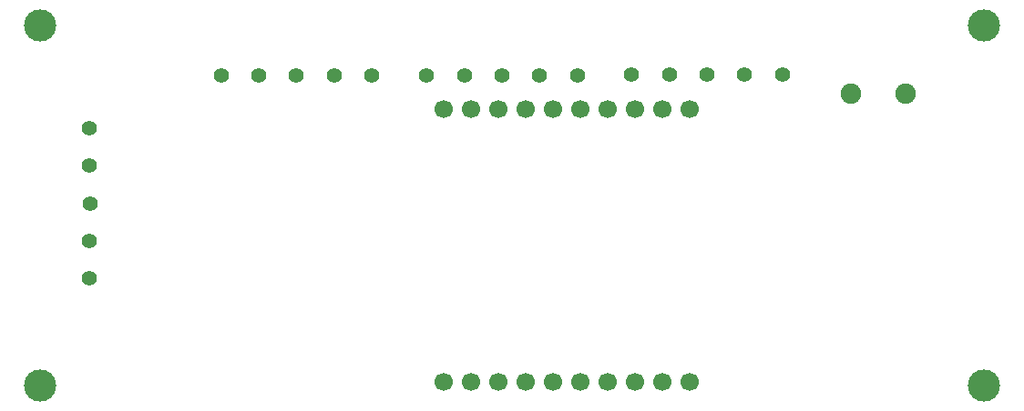
<source format=gbr>
%TF.GenerationSoftware,Altium Limited,Altium Designer,24.8.2 (39)*%
G04 Layer_Color=255*
%FSLAX45Y45*%
%MOMM*%
%TF.SameCoordinates,FC40D359-564B-479C-ACF9-AE4C40DE52D9*%
%TF.FilePolarity,Positive*%
%TF.FileFunction,Pads,Bot*%
%TF.Part,Single*%
G01*
G75*
%TA.AperFunction,ComponentPad*%
%ADD20C,1.40000*%
%TA.AperFunction,ViaPad*%
%ADD21C,3.00000*%
%TA.AperFunction,ComponentPad*%
%ADD22C,1.90000*%
%ADD23C,1.70000*%
D20*
X8127500Y5257200D02*
D03*
Y4907500D02*
D03*
X8128400Y4557100D02*
D03*
X8127300Y3857600D02*
D03*
Y4207100D02*
D03*
X12660000Y5750000D02*
D03*
X12310300D02*
D03*
X11959900Y5749100D02*
D03*
X11260400Y5750200D02*
D03*
X11609900D02*
D03*
X14563078Y5753900D02*
D03*
X14213379D02*
D03*
X13862979Y5753000D02*
D03*
X13163480Y5754100D02*
D03*
X13512979D02*
D03*
X10749700Y5750000D02*
D03*
X10400000D02*
D03*
X10049600Y5749100D02*
D03*
X9350100Y5750200D02*
D03*
X9699600D02*
D03*
D21*
X16437500Y6210000D02*
D03*
X16436340Y2865120D02*
D03*
X7670800Y6210300D02*
D03*
Y2865120D02*
D03*
D22*
X15709900Y5575300D02*
D03*
X15201900D02*
D03*
D23*
X13700760Y5432500D02*
D03*
X13446761D02*
D03*
X13192760D02*
D03*
X12938760D02*
D03*
X12684760D02*
D03*
X12430760D02*
D03*
X12176760D02*
D03*
X11922760D02*
D03*
X11668760D02*
D03*
X11414760D02*
D03*
X13700760Y2892500D02*
D03*
X13446761D02*
D03*
X13192760D02*
D03*
X12938760D02*
D03*
X12684760D02*
D03*
X12430760D02*
D03*
X12176760D02*
D03*
X11922760D02*
D03*
X11668760D02*
D03*
X11414760D02*
D03*
%TF.MD5,f6267b8b4a6c76d5008a20f46397f90c*%
M02*

</source>
